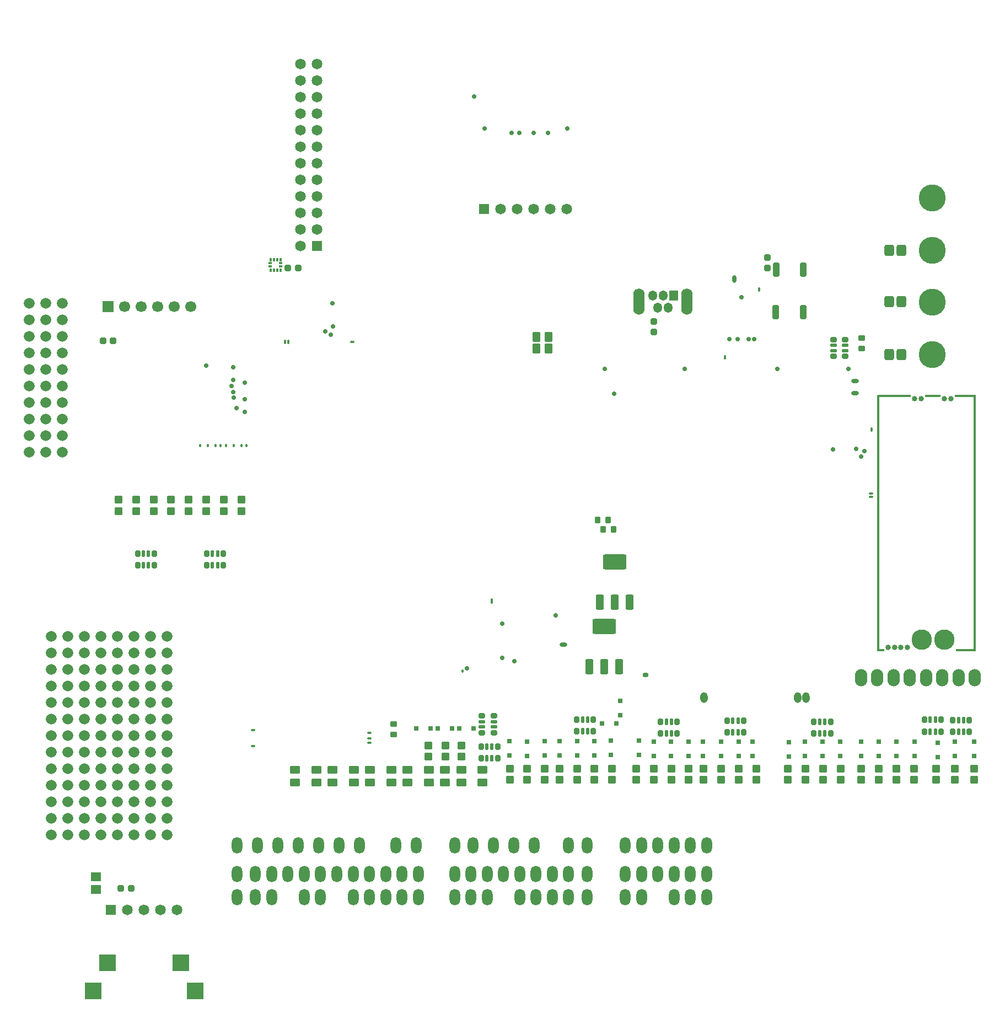
<source format=gts>
G04*
G04 #@! TF.GenerationSoftware,Altium Limited,Altium Designer,20.2.7 (254)*
G04*
G04 Layer_Color=7674933*
%FSLAX25Y25*%
%MOIN*%
G70*
G04*
G04 #@! TF.SameCoordinates,2B6D8946-6301-4847-B182-554F51E79D42*
G04*
G04*
G04 #@! TF.FilePolarity,Negative*
G04*
G01*
G75*
G04:AMPARAMS|DCode=54|XSize=33.07mil|YSize=41.73mil|CornerRadius=5.51mil|HoleSize=0mil|Usage=FLASHONLY|Rotation=0.000|XOffset=0mil|YOffset=0mil|HoleType=Round|Shape=RoundedRectangle|*
%AMROUNDEDRECTD54*
21,1,0.03307,0.03071,0,0,0.0*
21,1,0.02205,0.04173,0,0,0.0*
1,1,0.01102,0.01102,-0.01535*
1,1,0.01102,-0.01102,-0.01535*
1,1,0.01102,-0.01102,0.01535*
1,1,0.01102,0.01102,0.01535*
%
%ADD54ROUNDEDRECTD54*%
G04:AMPARAMS|DCode=55|XSize=29.13mil|YSize=29.13mil|CornerRadius=5.12mil|HoleSize=0mil|Usage=FLASHONLY|Rotation=90.000|XOffset=0mil|YOffset=0mil|HoleType=Round|Shape=RoundedRectangle|*
%AMROUNDEDRECTD55*
21,1,0.02913,0.01890,0,0,90.0*
21,1,0.01890,0.02913,0,0,90.0*
1,1,0.01024,0.00945,0.00945*
1,1,0.01024,0.00945,-0.00945*
1,1,0.01024,-0.00945,-0.00945*
1,1,0.01024,-0.00945,0.00945*
%
%ADD55ROUNDEDRECTD55*%
G04:AMPARAMS|DCode=56|XSize=29.13mil|YSize=29.13mil|CornerRadius=5.12mil|HoleSize=0mil|Usage=FLASHONLY|Rotation=0.000|XOffset=0mil|YOffset=0mil|HoleType=Round|Shape=RoundedRectangle|*
%AMROUNDEDRECTD56*
21,1,0.02913,0.01890,0,0,0.0*
21,1,0.01890,0.02913,0,0,0.0*
1,1,0.01024,0.00945,-0.00945*
1,1,0.01024,-0.00945,-0.00945*
1,1,0.01024,-0.00945,0.00945*
1,1,0.01024,0.00945,0.00945*
%
%ADD56ROUNDEDRECTD56*%
%ADD57O,0.02520X0.01535*%
%ADD58O,0.01535X0.02520*%
G04:AMPARAMS|DCode=59|XSize=38.98mil|YSize=38.98mil|CornerRadius=6.1mil|HoleSize=0mil|Usage=FLASHONLY|Rotation=270.000|XOffset=0mil|YOffset=0mil|HoleType=Round|Shape=RoundedRectangle|*
%AMROUNDEDRECTD59*
21,1,0.03898,0.02677,0,0,270.0*
21,1,0.02677,0.03898,0,0,270.0*
1,1,0.01221,-0.01339,-0.01339*
1,1,0.01221,-0.01339,0.01339*
1,1,0.01221,0.01339,0.01339*
1,1,0.01221,0.01339,-0.01339*
%
%ADD59ROUNDEDRECTD59*%
G04:AMPARAMS|DCode=60|XSize=48.82mil|YSize=90.16mil|CornerRadius=7.09mil|HoleSize=0mil|Usage=FLASHONLY|Rotation=0.000|XOffset=0mil|YOffset=0mil|HoleType=Round|Shape=RoundedRectangle|*
%AMROUNDEDRECTD60*
21,1,0.04882,0.07598,0,0,0.0*
21,1,0.03465,0.09016,0,0,0.0*
1,1,0.01417,0.01732,-0.03799*
1,1,0.01417,-0.01732,-0.03799*
1,1,0.01417,-0.01732,0.03799*
1,1,0.01417,0.01732,0.03799*
%
%ADD60ROUNDEDRECTD60*%
G04:AMPARAMS|DCode=61|XSize=48.82mil|YSize=90.16mil|CornerRadius=7.09mil|HoleSize=0mil|Usage=FLASHONLY|Rotation=0.000|XOffset=0mil|YOffset=0mil|HoleType=Round|Shape=RoundedRectangle|*
%AMROUNDEDRECTD61*
21,1,0.04882,0.07599,0,0,0.0*
21,1,0.03465,0.09016,0,0,0.0*
1,1,0.01417,0.01732,-0.03799*
1,1,0.01417,-0.01732,-0.03799*
1,1,0.01417,-0.01732,0.03799*
1,1,0.01417,0.01732,0.03799*
%
%ADD61ROUNDEDRECTD61*%
G04:AMPARAMS|DCode=62|XSize=143.31mil|YSize=90.16mil|CornerRadius=11.22mil|HoleSize=0mil|Usage=FLASHONLY|Rotation=0.000|XOffset=0mil|YOffset=0mil|HoleType=Round|Shape=RoundedRectangle|*
%AMROUNDEDRECTD62*
21,1,0.14331,0.06772,0,0,0.0*
21,1,0.12087,0.09016,0,0,0.0*
1,1,0.02244,0.06043,-0.03386*
1,1,0.02244,-0.06043,-0.03386*
1,1,0.02244,-0.06043,0.03386*
1,1,0.02244,0.06043,0.03386*
%
%ADD62ROUNDEDRECTD62*%
G04:AMPARAMS|DCode=63|XSize=31.1mil|YSize=37.01mil|CornerRadius=5.32mil|HoleSize=0mil|Usage=FLASHONLY|Rotation=0.000|XOffset=0mil|YOffset=0mil|HoleType=Round|Shape=RoundedRectangle|*
%AMROUNDEDRECTD63*
21,1,0.03110,0.02638,0,0,0.0*
21,1,0.02047,0.03701,0,0,0.0*
1,1,0.01063,0.01024,-0.01319*
1,1,0.01063,-0.01024,-0.01319*
1,1,0.01063,-0.01024,0.01319*
1,1,0.01063,0.01024,0.01319*
%
%ADD63ROUNDEDRECTD63*%
G04:AMPARAMS|DCode=64|XSize=23.23mil|YSize=37.01mil|CornerRadius=4.53mil|HoleSize=0mil|Usage=FLASHONLY|Rotation=0.000|XOffset=0mil|YOffset=0mil|HoleType=Round|Shape=RoundedRectangle|*
%AMROUNDEDRECTD64*
21,1,0.02323,0.02795,0,0,0.0*
21,1,0.01417,0.03701,0,0,0.0*
1,1,0.00906,0.00709,-0.01398*
1,1,0.00906,-0.00709,-0.01398*
1,1,0.00906,-0.00709,0.01398*
1,1,0.00906,0.00709,0.01398*
%
%ADD64ROUNDEDRECTD64*%
G04:AMPARAMS|DCode=65|XSize=44.88mil|YSize=62.6mil|CornerRadius=6.69mil|HoleSize=0mil|Usage=FLASHONLY|Rotation=0.000|XOffset=0mil|YOffset=0mil|HoleType=Round|Shape=RoundedRectangle|*
%AMROUNDEDRECTD65*
21,1,0.04488,0.04921,0,0,0.0*
21,1,0.03150,0.06260,0,0,0.0*
1,1,0.01339,0.01575,-0.02461*
1,1,0.01339,-0.01575,-0.02461*
1,1,0.01339,-0.01575,0.02461*
1,1,0.01339,0.01575,0.02461*
%
%ADD65ROUNDEDRECTD65*%
G04:AMPARAMS|DCode=66|XSize=44.88mil|YSize=48.82mil|CornerRadius=6.69mil|HoleSize=0mil|Usage=FLASHONLY|Rotation=270.000|XOffset=0mil|YOffset=0mil|HoleType=Round|Shape=RoundedRectangle|*
%AMROUNDEDRECTD66*
21,1,0.04488,0.03543,0,0,270.0*
21,1,0.03150,0.04882,0,0,270.0*
1,1,0.01339,-0.01772,-0.01575*
1,1,0.01339,-0.01772,0.01575*
1,1,0.01339,0.01772,0.01575*
1,1,0.01339,0.01772,-0.01575*
%
%ADD66ROUNDEDRECTD66*%
%ADD67R,0.04291X0.01535*%
%ADD68R,0.01535X1.55079*%
%ADD69R,0.09409X0.01535*%
%ADD70R,0.12756X0.01535*%
%ADD71R,0.20433X0.01535*%
%ADD72R,0.12165X0.01535*%
%ADD73C,0.12362*%
G04:AMPARAMS|DCode=74|XSize=15.35mil|YSize=33.07mil|CornerRadius=7.68mil|HoleSize=0mil|Usage=FLASHONLY|Rotation=180.000|XOffset=0mil|YOffset=0mil|HoleType=Round|Shape=RoundedRectangle|*
%AMROUNDEDRECTD74*
21,1,0.01535,0.01772,0,0,180.0*
21,1,0.00000,0.03307,0,0,180.0*
1,1,0.01535,0.00000,0.00886*
1,1,0.01535,0.00000,0.00886*
1,1,0.01535,0.00000,-0.00886*
1,1,0.01535,0.00000,-0.00886*
%
%ADD74ROUNDEDRECTD74*%
%ADD75O,0.04488X0.02520*%
%ADD76O,0.01339X0.02520*%
%ADD77R,0.06457X0.05669*%
G04:AMPARAMS|DCode=78|XSize=38.98mil|YSize=38.98mil|CornerRadius=6.1mil|HoleSize=0mil|Usage=FLASHONLY|Rotation=0.000|XOffset=0mil|YOffset=0mil|HoleType=Round|Shape=RoundedRectangle|*
%AMROUNDEDRECTD78*
21,1,0.03898,0.02677,0,0,0.0*
21,1,0.02677,0.03898,0,0,0.0*
1,1,0.01221,0.01339,-0.01339*
1,1,0.01221,-0.01339,-0.01339*
1,1,0.01221,-0.01339,0.01339*
1,1,0.01221,0.01339,0.01339*
%
%ADD78ROUNDEDRECTD78*%
%ADD79O,0.02520X0.01535*%
%ADD80O,0.01535X0.02520*%
%ADD81O,0.02520X0.04488*%
%ADD82O,0.01339X0.03307*%
%ADD83O,0.04488X0.06457*%
%ADD84O,0.03701X0.02913*%
G04:AMPARAMS|DCode=85|XSize=33.07mil|YSize=41.73mil|CornerRadius=5.51mil|HoleSize=0mil|Usage=FLASHONLY|Rotation=270.000|XOffset=0mil|YOffset=0mil|HoleType=Round|Shape=RoundedRectangle|*
%AMROUNDEDRECTD85*
21,1,0.03307,0.03071,0,0,270.0*
21,1,0.02205,0.04173,0,0,270.0*
1,1,0.01102,-0.01535,-0.01102*
1,1,0.01102,-0.01535,0.01102*
1,1,0.01102,0.01535,0.01102*
1,1,0.01102,0.01535,-0.01102*
%
%ADD85ROUNDEDRECTD85*%
%ADD86R,0.01535X0.01929*%
%ADD87R,0.01929X0.01535*%
%ADD88O,0.01339X0.02126*%
G04:AMPARAMS|DCode=89|XSize=37.01mil|YSize=84.25mil|CornerRadius=5.91mil|HoleSize=0mil|Usage=FLASHONLY|Rotation=0.000|XOffset=0mil|YOffset=0mil|HoleType=Round|Shape=RoundedRectangle|*
%AMROUNDEDRECTD89*
21,1,0.03701,0.07244,0,0,0.0*
21,1,0.02520,0.08425,0,0,0.0*
1,1,0.01181,0.01260,-0.03622*
1,1,0.01181,-0.01260,-0.03622*
1,1,0.01181,-0.01260,0.03622*
1,1,0.01181,0.01260,0.03622*
%
%ADD89ROUNDEDRECTD89*%
G04:AMPARAMS|DCode=90|XSize=56.69mil|YSize=64.57mil|CornerRadius=7.87mil|HoleSize=0mil|Usage=FLASHONLY|Rotation=0.000|XOffset=0mil|YOffset=0mil|HoleType=Round|Shape=RoundedRectangle|*
%AMROUNDEDRECTD90*
21,1,0.05669,0.04882,0,0,0.0*
21,1,0.04095,0.06457,0,0,0.0*
1,1,0.01575,0.02047,-0.02441*
1,1,0.01575,-0.02047,-0.02441*
1,1,0.01575,-0.02047,0.02441*
1,1,0.01575,0.02047,0.02441*
%
%ADD90ROUNDEDRECTD90*%
%ADD91C,0.16299*%
G04:AMPARAMS|DCode=92|XSize=44.88mil|YSize=62.6mil|CornerRadius=6.69mil|HoleSize=0mil|Usage=FLASHONLY|Rotation=90.000|XOffset=0mil|YOffset=0mil|HoleType=Round|Shape=RoundedRectangle|*
%AMROUNDEDRECTD92*
21,1,0.04488,0.04921,0,0,90.0*
21,1,0.03150,0.06260,0,0,90.0*
1,1,0.01339,0.02461,0.01575*
1,1,0.01339,0.02461,-0.01575*
1,1,0.01339,-0.02461,-0.01575*
1,1,0.01339,-0.02461,0.01575*
%
%ADD92ROUNDEDRECTD92*%
G04:AMPARAMS|DCode=93|XSize=31.1mil|YSize=37.01mil|CornerRadius=5.32mil|HoleSize=0mil|Usage=FLASHONLY|Rotation=270.000|XOffset=0mil|YOffset=0mil|HoleType=Round|Shape=RoundedRectangle|*
%AMROUNDEDRECTD93*
21,1,0.03110,0.02638,0,0,270.0*
21,1,0.02047,0.03701,0,0,270.0*
1,1,0.01063,-0.01319,-0.01024*
1,1,0.01063,-0.01319,0.01024*
1,1,0.01063,0.01319,0.01024*
1,1,0.01063,0.01319,-0.01024*
%
%ADD93ROUNDEDRECTD93*%
G04:AMPARAMS|DCode=94|XSize=23.23mil|YSize=37.01mil|CornerRadius=4.53mil|HoleSize=0mil|Usage=FLASHONLY|Rotation=270.000|XOffset=0mil|YOffset=0mil|HoleType=Round|Shape=RoundedRectangle|*
%AMROUNDEDRECTD94*
21,1,0.02323,0.02795,0,0,270.0*
21,1,0.01417,0.03701,0,0,270.0*
1,1,0.00906,-0.01398,-0.00709*
1,1,0.00906,-0.01398,0.00709*
1,1,0.00906,0.01398,0.00709*
1,1,0.00906,0.01398,-0.00709*
%
%ADD94ROUNDEDRECTD94*%
%ADD95C,0.02913*%
%ADD96C,0.06551*%
%ADD97O,0.06850X0.15906*%
%ADD98O,0.05276X0.06063*%
%ADD99R,0.05276X0.06063*%
%ADD100R,0.10394X0.10394*%
%ADD101C,0.06457*%
%ADD102R,0.06457X0.06457*%
%ADD103O,0.07441X0.10394*%
%ADD104C,0.03307*%
%ADD105C,0.00551*%
%ADD106O,0.06457X0.10000*%
%ADD107C,0.06693*%
%ADD108R,0.06693X0.06693*%
%ADD109R,0.06457X0.06457*%
G36*
X163181Y456596D02*
Y456738D01*
X165884D01*
Y456596D01*
X163181D01*
D02*
G37*
G36*
X166511D02*
Y456835D01*
X167852D01*
Y456596D01*
X166511D01*
D02*
G37*
G36*
X169815D02*
Y456785D01*
X169821D01*
Y456596D01*
X169815D01*
D02*
G37*
D54*
X360827Y306299D02*
D03*
X367126D02*
D03*
X364075Y300787D02*
D03*
X370374D02*
D03*
D55*
X363484Y183268D02*
D03*
X372146D02*
D03*
X285827Y180216D02*
D03*
X277165D02*
D03*
X259842D02*
D03*
X251181D02*
D03*
X272835D02*
D03*
X264173D02*
D03*
D56*
X374606Y196949D02*
D03*
Y188287D02*
D03*
X454528Y172441D02*
D03*
Y163779D02*
D03*
X348524Y172835D02*
D03*
Y164173D02*
D03*
X435630Y172441D02*
D03*
Y163779D02*
D03*
X405118Y172441D02*
D03*
Y163779D02*
D03*
X415748Y172441D02*
D03*
Y163779D02*
D03*
X394882Y172441D02*
D03*
Y163779D02*
D03*
X424606Y172441D02*
D03*
Y163779D02*
D03*
X368701Y172933D02*
D03*
Y164272D02*
D03*
X358760Y172835D02*
D03*
Y164173D02*
D03*
X337894Y172835D02*
D03*
Y164173D02*
D03*
X385827Y172933D02*
D03*
Y164272D02*
D03*
X446260Y172441D02*
D03*
Y163779D02*
D03*
X552362Y163779D02*
D03*
Y172441D02*
D03*
X541339Y163779D02*
D03*
Y172441D02*
D03*
X530709Y163779D02*
D03*
Y172441D02*
D03*
X520079Y163779D02*
D03*
Y172441D02*
D03*
X476378Y163386D02*
D03*
Y172047D02*
D03*
X486221Y163779D02*
D03*
Y172441D02*
D03*
X496850Y163779D02*
D03*
Y172441D02*
D03*
X507480Y163779D02*
D03*
Y172441D02*
D03*
X566437Y162992D02*
D03*
Y171653D02*
D03*
X307480Y164173D02*
D03*
Y172835D02*
D03*
X576772Y163779D02*
D03*
Y172441D02*
D03*
X318110Y163779D02*
D03*
Y172441D02*
D03*
X588386Y163779D02*
D03*
Y172441D02*
D03*
X328740Y163976D02*
D03*
Y172638D02*
D03*
D57*
X526279Y322244D02*
D03*
Y320276D02*
D03*
D58*
X526476Y361024D02*
D03*
X437972Y404626D02*
D03*
D59*
X394882Y420118D02*
D03*
Y426339D02*
D03*
X463484Y458701D02*
D03*
Y464921D02*
D03*
D60*
X362008Y256594D02*
D03*
X380118D02*
D03*
X355807Y217618D02*
D03*
X373917D02*
D03*
D61*
X371063Y256594D02*
D03*
X364862Y217618D02*
D03*
D62*
X371063Y281004D02*
D03*
X364862Y242028D02*
D03*
D63*
X491634Y177362D02*
D03*
Y184449D02*
D03*
X501673D02*
D03*
Y177362D02*
D03*
X92714Y286164D02*
D03*
Y279078D02*
D03*
X82675D02*
D03*
Y286164D02*
D03*
X124407D02*
D03*
Y279078D02*
D03*
X134447D02*
D03*
Y286164D02*
D03*
X408957Y177264D02*
D03*
Y184350D02*
D03*
X398917D02*
D03*
Y177264D02*
D03*
X449114Y177953D02*
D03*
Y185039D02*
D03*
X439075D02*
D03*
Y177953D02*
D03*
X358268Y178740D02*
D03*
Y185827D02*
D03*
X348228D02*
D03*
Y178740D02*
D03*
X568504Y178543D02*
D03*
Y185630D02*
D03*
X558465D02*
D03*
Y178543D02*
D03*
X575591Y178347D02*
D03*
Y185433D02*
D03*
X585630D02*
D03*
Y178347D02*
D03*
X300394Y169488D02*
D03*
Y162402D02*
D03*
X290354D02*
D03*
Y169488D02*
D03*
D64*
X495079Y177362D02*
D03*
X498228D02*
D03*
Y184449D02*
D03*
X495079D02*
D03*
X89269Y286164D02*
D03*
X86120D02*
D03*
Y279078D02*
D03*
X89269D02*
D03*
X131002D02*
D03*
X127852D02*
D03*
Y286164D02*
D03*
X131002D02*
D03*
X402362Y184350D02*
D03*
X405512D02*
D03*
Y177264D02*
D03*
X402362D02*
D03*
X442520Y185039D02*
D03*
X445669D02*
D03*
Y177953D02*
D03*
X442520D02*
D03*
X351673Y185827D02*
D03*
X354823D02*
D03*
Y178740D02*
D03*
X351673D02*
D03*
X561909Y185630D02*
D03*
X565059D02*
D03*
Y178543D02*
D03*
X561909D02*
D03*
X579035Y178347D02*
D03*
X582185D02*
D03*
Y185433D02*
D03*
X579035D02*
D03*
X296949Y169488D02*
D03*
X293799D02*
D03*
Y162402D02*
D03*
X296949D02*
D03*
D65*
X331201Y416929D02*
D03*
X323721D02*
D03*
X331201Y410138D02*
D03*
X323721D02*
D03*
D66*
X588583Y155905D02*
D03*
Y149213D02*
D03*
X278543Y163386D02*
D03*
Y170079D02*
D03*
X71061Y311854D02*
D03*
Y318546D02*
D03*
X81691Y311854D02*
D03*
Y318546D02*
D03*
X92321Y311854D02*
D03*
Y318546D02*
D03*
X102950Y311854D02*
D03*
Y318546D02*
D03*
X113580Y311854D02*
D03*
Y318546D02*
D03*
X124210Y311854D02*
D03*
Y318546D02*
D03*
X134840Y311854D02*
D03*
Y318546D02*
D03*
X145470Y311854D02*
D03*
Y318546D02*
D03*
X415945Y149213D02*
D03*
Y155905D02*
D03*
X405315Y149213D02*
D03*
Y155905D02*
D03*
X394685Y149213D02*
D03*
Y155905D02*
D03*
X384055Y149213D02*
D03*
Y155905D02*
D03*
X348327Y149213D02*
D03*
Y155905D02*
D03*
X424803Y149213D02*
D03*
Y155905D02*
D03*
X358957Y149213D02*
D03*
Y155905D02*
D03*
X435433Y149213D02*
D03*
Y155905D02*
D03*
X456693Y149213D02*
D03*
Y155905D02*
D03*
X446063Y149213D02*
D03*
Y155905D02*
D03*
X337697Y149213D02*
D03*
Y155905D02*
D03*
X369587Y149213D02*
D03*
Y155905D02*
D03*
X552165Y155905D02*
D03*
Y149213D02*
D03*
X541536Y155905D02*
D03*
Y149213D02*
D03*
X530906Y155905D02*
D03*
Y149213D02*
D03*
X520276Y155905D02*
D03*
Y149213D02*
D03*
X475787Y155905D02*
D03*
Y149213D02*
D03*
X486417Y155905D02*
D03*
Y149213D02*
D03*
X497047Y155905D02*
D03*
Y149213D02*
D03*
X507677Y155905D02*
D03*
Y149213D02*
D03*
X565551Y155905D02*
D03*
Y149213D02*
D03*
X307677Y155905D02*
D03*
Y149213D02*
D03*
X576958Y155905D02*
D03*
Y149213D02*
D03*
X318307Y155905D02*
D03*
Y149213D02*
D03*
X328937Y155905D02*
D03*
Y149213D02*
D03*
X258465Y163386D02*
D03*
Y170079D02*
D03*
X268701Y163386D02*
D03*
Y170079D02*
D03*
D67*
X531988Y227756D02*
D03*
D68*
X530610Y304528D02*
D03*
X588681D02*
D03*
D69*
X563484Y381299D02*
D03*
D70*
X583071D02*
D03*
D71*
X540059D02*
D03*
D72*
X583366Y227756D02*
D03*
D73*
X570472Y234154D02*
D03*
X556693D02*
D03*
D74*
X296870Y257283D02*
D03*
D75*
X340158Y231102D02*
D03*
X516417Y382973D02*
D03*
X516417Y390453D02*
D03*
D76*
X279035Y215158D02*
D03*
D77*
X57382Y90650D02*
D03*
Y83169D02*
D03*
D78*
X78799Y83563D02*
D03*
X72579D02*
D03*
X173560Y458698D02*
D03*
X179780D02*
D03*
X61654Y414764D02*
D03*
X67874D02*
D03*
D79*
X212480Y413996D02*
D03*
X152559Y179232D02*
D03*
Y169783D02*
D03*
X222736Y177756D02*
D03*
Y174311D02*
D03*
Y171555D02*
D03*
D80*
X171732Y414193D02*
D03*
X173701D02*
D03*
D81*
X443504Y451968D02*
D03*
D82*
X458347Y445571D02*
D03*
D83*
X425301Y198971D02*
D03*
X481896D02*
D03*
X486840D02*
D03*
D84*
X389652Y212736D02*
D03*
D85*
X520571Y416240D02*
D03*
Y409941D02*
D03*
X237402Y176772D02*
D03*
Y183071D02*
D03*
D86*
X167104Y463762D02*
D03*
X165136D02*
D03*
X169073D02*
D03*
X163167D02*
D03*
X169073Y457463D02*
D03*
X167104D02*
D03*
X165136D02*
D03*
X163167D02*
D03*
D87*
X169270Y461596D02*
D03*
Y459628D02*
D03*
X162971D02*
D03*
Y461596D02*
D03*
D88*
X132776Y351379D02*
D03*
X136083D02*
D03*
X129823D02*
D03*
X140709D02*
D03*
X145334D02*
D03*
X148327D02*
D03*
X125197D02*
D03*
X120571D02*
D03*
D89*
X485236Y457579D02*
D03*
X468701D02*
D03*
X485039Y431988D02*
D03*
X468504D02*
D03*
D90*
X544488Y469488D02*
D03*
X537008D02*
D03*
Y406398D02*
D03*
X544488D02*
D03*
Y438268D02*
D03*
X537008D02*
D03*
D91*
X563189Y500984D02*
D03*
Y406496D02*
D03*
Y437992D02*
D03*
Y469488D02*
D03*
D92*
X258661Y155315D02*
D03*
Y147835D02*
D03*
X190748Y155315D02*
D03*
Y147835D02*
D03*
X200591Y155315D02*
D03*
Y147835D02*
D03*
X291142D02*
D03*
Y155315D02*
D03*
X245866Y147835D02*
D03*
Y155315D02*
D03*
X236024Y147835D02*
D03*
Y155315D02*
D03*
X223228Y147835D02*
D03*
Y155315D02*
D03*
X213386Y147835D02*
D03*
Y155315D02*
D03*
X177953Y147835D02*
D03*
Y155315D02*
D03*
X278346D02*
D03*
Y147835D02*
D03*
X268504Y155315D02*
D03*
Y147835D02*
D03*
D93*
X290945Y187894D02*
D03*
X298031D02*
D03*
Y177854D02*
D03*
X290945D02*
D03*
X510433Y415453D02*
D03*
X503346D02*
D03*
Y405413D02*
D03*
X510433D02*
D03*
D94*
X290945Y184449D02*
D03*
Y181299D02*
D03*
X298031D02*
D03*
Y184449D02*
D03*
X503346Y408858D02*
D03*
Y412008D02*
D03*
X510433D02*
D03*
Y408858D02*
D03*
D95*
X520079Y344587D02*
D03*
X522146Y348031D02*
D03*
X517126Y349213D02*
D03*
X503150Y348917D02*
D03*
X303219Y223002D02*
D03*
X335531Y248819D02*
D03*
X310630Y221063D02*
D03*
X281693Y216634D02*
D03*
X303150Y243602D02*
D03*
X286122Y562225D02*
D03*
X313583Y540276D02*
D03*
X330906D02*
D03*
X322146D02*
D03*
X292323Y542914D02*
D03*
X308957Y540276D02*
D03*
X342339Y542949D02*
D03*
X200374Y437323D02*
D03*
X200669Y423347D02*
D03*
X199488Y418327D02*
D03*
X196043Y420394D02*
D03*
X447756Y441043D02*
D03*
X445571Y415748D02*
D03*
X440551D02*
D03*
X455610D02*
D03*
X452067D02*
D03*
X365302Y397638D02*
D03*
X413583D02*
D03*
X370768Y382677D02*
D03*
X512402Y397638D02*
D03*
X469488D02*
D03*
X140413Y391142D02*
D03*
X147638Y389468D02*
D03*
X139567Y387303D02*
D03*
X140413Y383858D02*
D03*
X147638Y379232D02*
D03*
X140709Y380512D02*
D03*
X142480Y374114D02*
D03*
X147638Y371555D02*
D03*
X140354Y398622D02*
D03*
X124311Y399803D02*
D03*
D96*
X17224Y437500D02*
D03*
X37224D02*
D03*
X27224D02*
D03*
Y427500D02*
D03*
X37224D02*
D03*
X17224D02*
D03*
X37224Y417500D02*
D03*
X27224D02*
D03*
X17224D02*
D03*
Y397500D02*
D03*
X27224D02*
D03*
X37224D02*
D03*
X17224Y407500D02*
D03*
X37224D02*
D03*
X27224D02*
D03*
X17224Y377500D02*
D03*
X27224D02*
D03*
X37224D02*
D03*
X17224Y387500D02*
D03*
X37224D02*
D03*
X27224D02*
D03*
X17224Y357500D02*
D03*
X27224D02*
D03*
X37224D02*
D03*
X17224Y367500D02*
D03*
X37224D02*
D03*
X27224D02*
D03*
X17224Y347500D02*
D03*
X37224D02*
D03*
X27224D02*
D03*
X40315Y125945D02*
D03*
X50315D02*
D03*
X60315D02*
D03*
X70315D02*
D03*
X30315D02*
D03*
X70315Y115945D02*
D03*
X60315D02*
D03*
X50315D02*
D03*
X40315D02*
D03*
X30315D02*
D03*
X80315D02*
D03*
X90315D02*
D03*
X100315D02*
D03*
Y125945D02*
D03*
X90315D02*
D03*
X80315D02*
D03*
X40315Y145945D02*
D03*
X50315D02*
D03*
X60315D02*
D03*
X70315D02*
D03*
X30315D02*
D03*
X70315Y135945D02*
D03*
X60315D02*
D03*
X50315D02*
D03*
X40315D02*
D03*
X30315D02*
D03*
X80315D02*
D03*
X90315D02*
D03*
X100315D02*
D03*
Y145945D02*
D03*
X90315D02*
D03*
X80315D02*
D03*
X40315Y165945D02*
D03*
X50315D02*
D03*
X60315D02*
D03*
X70315D02*
D03*
X30315D02*
D03*
X70315Y155945D02*
D03*
X60315D02*
D03*
X50315D02*
D03*
X40315D02*
D03*
X30315D02*
D03*
X80315D02*
D03*
X90315D02*
D03*
X100315D02*
D03*
Y165945D02*
D03*
X90315D02*
D03*
X80315D02*
D03*
X40315Y185945D02*
D03*
X50315D02*
D03*
X60315D02*
D03*
X70315D02*
D03*
X30315D02*
D03*
X70315Y175945D02*
D03*
X60315D02*
D03*
X50315D02*
D03*
X40315D02*
D03*
X30315D02*
D03*
X80315D02*
D03*
X90315D02*
D03*
X100315D02*
D03*
Y185945D02*
D03*
X90315D02*
D03*
X80315D02*
D03*
X40315Y205945D02*
D03*
X50315D02*
D03*
X60315D02*
D03*
X70315D02*
D03*
X30315D02*
D03*
X70315Y195945D02*
D03*
X60315D02*
D03*
X50315D02*
D03*
X40315D02*
D03*
X30315D02*
D03*
X80315D02*
D03*
X90315D02*
D03*
X100315D02*
D03*
Y205945D02*
D03*
X90315D02*
D03*
X80315D02*
D03*
X100315Y235945D02*
D03*
X90315D02*
D03*
X80315D02*
D03*
Y225945D02*
D03*
X90315D02*
D03*
X100315D02*
D03*
Y215945D02*
D03*
X90315D02*
D03*
X80315D02*
D03*
X30315D02*
D03*
X40315D02*
D03*
X50315D02*
D03*
X60315D02*
D03*
X70315D02*
D03*
X30315Y225945D02*
D03*
X70315D02*
D03*
X60315D02*
D03*
X50315D02*
D03*
X40315D02*
D03*
Y235945D02*
D03*
X50315D02*
D03*
X60315D02*
D03*
X70315D02*
D03*
X30315D02*
D03*
D97*
X385881Y438385D02*
D03*
X414818D02*
D03*
D98*
X397200Y434645D02*
D03*
X403499D02*
D03*
X394050Y442125D02*
D03*
X400350D02*
D03*
D99*
X406649D02*
D03*
D100*
X108858Y38878D02*
D03*
X64370D02*
D03*
X117323Y21654D02*
D03*
X55905D02*
D03*
D101*
X106614Y70866D02*
D03*
X96614D02*
D03*
X86614D02*
D03*
X76614D02*
D03*
X342126Y494488D02*
D03*
X332126D02*
D03*
X322126D02*
D03*
X312126D02*
D03*
X302126D02*
D03*
X181142Y582047D02*
D03*
X191142D02*
D03*
X181142Y572047D02*
D03*
X191142D02*
D03*
X181142Y562047D02*
D03*
X191142D02*
D03*
X181142Y552047D02*
D03*
X191142D02*
D03*
X181142Y542047D02*
D03*
X191142D02*
D03*
X181142Y532047D02*
D03*
X191142D02*
D03*
X181142Y522047D02*
D03*
X191142D02*
D03*
X181142Y512047D02*
D03*
X191142D02*
D03*
X181142Y502047D02*
D03*
X191142D02*
D03*
X181142Y492047D02*
D03*
X191142D02*
D03*
X181142Y482047D02*
D03*
X191142D02*
D03*
X181142Y472047D02*
D03*
D102*
X66614Y70866D02*
D03*
X292126Y494488D02*
D03*
D103*
X529823Y211122D02*
D03*
X569193D02*
D03*
X588878D02*
D03*
X579035D02*
D03*
X559350D02*
D03*
X549508D02*
D03*
X539665D02*
D03*
X519980D02*
D03*
D104*
X552559Y379823D02*
D03*
X556496D02*
D03*
X570472D02*
D03*
X574409D02*
D03*
X548228Y229232D02*
D03*
X544291D02*
D03*
X540354D02*
D03*
X536417D02*
D03*
D105*
X460630Y27559D02*
D03*
X86614D02*
D03*
X173622Y56890D02*
D03*
X397244D02*
D03*
X135256Y484803D02*
D03*
X44272D02*
D03*
X19879Y279921D02*
D03*
X586614Y20079D02*
D03*
Y605905D02*
D03*
X19685D02*
D03*
Y20079D02*
D03*
D106*
X142913Y92520D02*
D03*
Y78347D02*
D03*
X153937Y92520D02*
D03*
Y78347D02*
D03*
X163779Y92520D02*
D03*
Y78347D02*
D03*
X173622Y92520D02*
D03*
X183465D02*
D03*
Y78347D02*
D03*
X193307Y92520D02*
D03*
Y78347D02*
D03*
X203150Y92520D02*
D03*
X212992Y78347D02*
D03*
Y92520D02*
D03*
X222835Y78347D02*
D03*
Y92520D02*
D03*
X232677Y78347D02*
D03*
Y92520D02*
D03*
X242520Y78347D02*
D03*
Y92520D02*
D03*
X238858Y109843D02*
D03*
X252362Y78347D02*
D03*
Y92520D02*
D03*
X251181Y109843D02*
D03*
X274409Y78347D02*
D03*
Y92520D02*
D03*
Y109843D02*
D03*
X284252Y78347D02*
D03*
Y92520D02*
D03*
X285433Y109843D02*
D03*
X294094Y78347D02*
D03*
Y92520D02*
D03*
X303937D02*
D03*
X297756Y109843D02*
D03*
X313779Y78347D02*
D03*
Y92520D02*
D03*
X310079Y109843D02*
D03*
X323622Y78347D02*
D03*
Y92520D02*
D03*
X322402Y109843D02*
D03*
X333465Y78347D02*
D03*
Y92520D02*
D03*
X343307Y78347D02*
D03*
Y92520D02*
D03*
Y109843D02*
D03*
X354331Y78347D02*
D03*
Y92520D02*
D03*
Y109843D02*
D03*
X377559Y78347D02*
D03*
Y92520D02*
D03*
Y109843D02*
D03*
X387402Y78347D02*
D03*
Y92520D02*
D03*
Y109843D02*
D03*
X397244Y92520D02*
D03*
X407087Y78347D02*
D03*
Y92520D02*
D03*
Y109843D02*
D03*
X416929Y78347D02*
D03*
Y92520D02*
D03*
X426772Y78347D02*
D03*
Y92520D02*
D03*
X416929Y109843D02*
D03*
X426772D02*
D03*
X216850D02*
D03*
X204528D02*
D03*
X192205D02*
D03*
X179882D02*
D03*
X167559D02*
D03*
X155236D02*
D03*
X142913D02*
D03*
X397244D02*
D03*
D107*
X114764Y435433D02*
D03*
X104764D02*
D03*
X94764D02*
D03*
X84764D02*
D03*
X74764D02*
D03*
D108*
X64764D02*
D03*
D109*
X191142Y472047D02*
D03*
M02*

</source>
